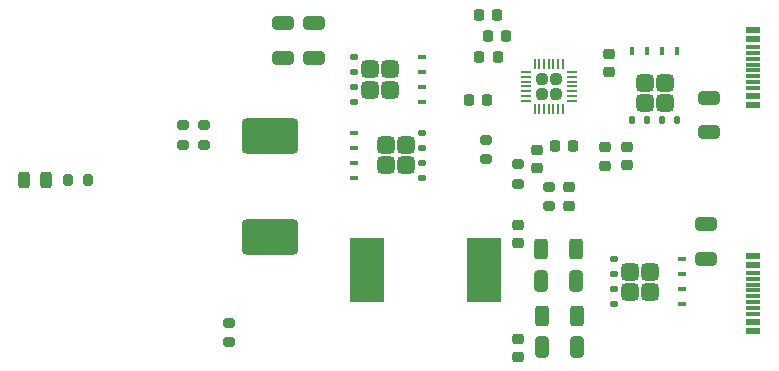
<source format=gtp>
G04 #@! TF.GenerationSoftware,KiCad,Pcbnew,8.0.3*
G04 #@! TF.CreationDate,2024-07-01T21:16:25+08:00*
G04 #@! TF.ProjectId,PD board,50442062-6f61-4726-942e-6b696361645f,rev?*
G04 #@! TF.SameCoordinates,Original*
G04 #@! TF.FileFunction,Paste,Top*
G04 #@! TF.FilePolarity,Positive*
%FSLAX46Y46*%
G04 Gerber Fmt 4.6, Leading zero omitted, Abs format (unit mm)*
G04 Created by KiCad (PCBNEW 8.0.3) date 2024-07-01 21:16:25*
%MOMM*%
%LPD*%
G01*
G04 APERTURE LIST*
G04 Aperture macros list*
%AMRoundRect*
0 Rectangle with rounded corners*
0 $1 Rounding radius*
0 $2 $3 $4 $5 $6 $7 $8 $9 X,Y pos of 4 corners*
0 Add a 4 corners polygon primitive as box body*
4,1,4,$2,$3,$4,$5,$6,$7,$8,$9,$2,$3,0*
0 Add four circle primitives for the rounded corners*
1,1,$1+$1,$2,$3*
1,1,$1+$1,$4,$5*
1,1,$1+$1,$6,$7*
1,1,$1+$1,$8,$9*
0 Add four rect primitives between the rounded corners*
20,1,$1+$1,$2,$3,$4,$5,0*
20,1,$1+$1,$4,$5,$6,$7,0*
20,1,$1+$1,$6,$7,$8,$9,0*
20,1,$1+$1,$8,$9,$2,$3,0*%
G04 Aperture macros list end*
%ADD10RoundRect,0.225000X-0.250000X0.225000X-0.250000X-0.225000X0.250000X-0.225000X0.250000X0.225000X0*%
%ADD11RoundRect,0.375000X-2.000000X1.125000X-2.000000X-1.125000X2.000000X-1.125000X2.000000X1.125000X0*%
%ADD12RoundRect,0.225000X0.225000X0.250000X-0.225000X0.250000X-0.225000X-0.250000X0.225000X-0.250000X0*%
%ADD13RoundRect,0.250000X-0.650000X0.325000X-0.650000X-0.325000X0.650000X-0.325000X0.650000X0.325000X0*%
%ADD14RoundRect,0.242500X0.242500X0.242500X-0.242500X0.242500X-0.242500X-0.242500X0.242500X-0.242500X0*%
%ADD15RoundRect,0.062500X0.350000X0.062500X-0.350000X0.062500X-0.350000X-0.062500X0.350000X-0.062500X0*%
%ADD16RoundRect,0.062500X0.062500X0.350000X-0.062500X0.350000X-0.062500X-0.350000X0.062500X-0.350000X0*%
%ADD17RoundRect,0.243750X-0.243750X-0.456250X0.243750X-0.456250X0.243750X0.456250X-0.243750X0.456250X0*%
%ADD18R,2.900000X5.400000*%
%ADD19RoundRect,0.250000X-0.325000X-0.650000X0.325000X-0.650000X0.325000X0.650000X-0.325000X0.650000X0*%
%ADD20RoundRect,0.375000X-0.375000X-0.375000X0.375000X-0.375000X0.375000X0.375000X-0.375000X0.375000X0*%
%ADD21RoundRect,0.125000X-0.250000X-0.125000X0.250000X-0.125000X0.250000X0.125000X-0.250000X0.125000X0*%
%ADD22RoundRect,0.100000X-0.275000X-0.100000X0.275000X-0.100000X0.275000X0.100000X-0.275000X0.100000X0*%
%ADD23R,1.240000X0.600000*%
%ADD24R,1.240000X0.300000*%
%ADD25RoundRect,0.200000X0.275000X-0.200000X0.275000X0.200000X-0.275000X0.200000X-0.275000X-0.200000X0*%
%ADD26RoundRect,0.225000X0.250000X-0.225000X0.250000X0.225000X-0.250000X0.225000X-0.250000X-0.225000X0*%
%ADD27RoundRect,0.375000X0.375000X0.375000X-0.375000X0.375000X-0.375000X-0.375000X0.375000X-0.375000X0*%
%ADD28RoundRect,0.125000X0.250000X0.125000X-0.250000X0.125000X-0.250000X-0.125000X0.250000X-0.125000X0*%
%ADD29RoundRect,0.100000X0.275000X0.100000X-0.275000X0.100000X-0.275000X-0.100000X0.275000X-0.100000X0*%
%ADD30RoundRect,0.200000X0.200000X0.275000X-0.200000X0.275000X-0.200000X-0.275000X0.200000X-0.275000X0*%
%ADD31RoundRect,0.250000X0.650000X-0.325000X0.650000X0.325000X-0.650000X0.325000X-0.650000X-0.325000X0*%
%ADD32RoundRect,0.250000X-0.312500X-0.625000X0.312500X-0.625000X0.312500X0.625000X-0.312500X0.625000X0*%
%ADD33RoundRect,0.200000X-0.275000X0.200000X-0.275000X-0.200000X0.275000X-0.200000X0.275000X0.200000X0*%
%ADD34RoundRect,0.375000X-0.375000X0.375000X-0.375000X-0.375000X0.375000X-0.375000X0.375000X0.375000X0*%
%ADD35RoundRect,0.125000X-0.125000X0.250000X-0.125000X-0.250000X0.125000X-0.250000X0.125000X0.250000X0*%
%ADD36RoundRect,0.100000X-0.100000X0.275000X-0.100000X-0.275000X0.100000X-0.275000X0.100000X0.275000X0*%
%ADD37RoundRect,0.225000X-0.225000X-0.250000X0.225000X-0.250000X0.225000X0.250000X-0.225000X0.250000X0*%
G04 APERTURE END LIST*
D10*
X100475000Y-64825000D03*
X100475000Y-66375000D03*
D11*
X72100000Y-63900000D03*
X72100000Y-72400000D03*
D12*
X91350000Y-53600000D03*
X89800000Y-53600000D03*
D13*
X109300000Y-60625000D03*
X109300000Y-63575000D03*
D14*
X96285000Y-60280000D03*
X96285000Y-59080000D03*
X95085000Y-60280000D03*
X95085000Y-59080000D03*
D15*
X97622500Y-60880000D03*
X97622500Y-60480000D03*
X97622500Y-60080000D03*
X97622500Y-59680000D03*
X97622500Y-59280000D03*
X97622500Y-58880000D03*
X97622500Y-58480000D03*
D16*
X96885000Y-57742500D03*
X96485000Y-57742500D03*
X96085000Y-57742500D03*
X95685000Y-57742500D03*
X95285000Y-57742500D03*
X94885000Y-57742500D03*
X94485000Y-57742500D03*
D15*
X93747500Y-58480000D03*
X93747500Y-58880000D03*
X93747500Y-59280000D03*
X93747500Y-59680000D03*
X93747500Y-60080000D03*
X93747500Y-60480000D03*
X93747500Y-60880000D03*
D16*
X94485000Y-61617500D03*
X94885000Y-61617500D03*
X95285000Y-61617500D03*
X95685000Y-61617500D03*
X96085000Y-61617500D03*
X96485000Y-61617500D03*
X96885000Y-61617500D03*
D17*
X51287500Y-67600000D03*
X53162500Y-67600000D03*
D18*
X80335000Y-75250000D03*
X90235000Y-75250000D03*
D19*
X95010000Y-76180000D03*
X97960000Y-76180000D03*
D20*
X81870000Y-64655000D03*
X81870000Y-66355000D03*
X83570000Y-64655000D03*
X83570000Y-66355000D03*
D21*
X84975000Y-63600000D03*
X84975000Y-64870000D03*
X84975000Y-66140000D03*
X84975000Y-67410000D03*
D22*
X79170000Y-63600000D03*
X79170000Y-64870000D03*
X79170000Y-66140000D03*
X79170000Y-67410000D03*
D23*
X112975000Y-80400000D03*
X112975000Y-79600000D03*
D24*
X112975000Y-78450000D03*
X112975000Y-77450000D03*
X112975000Y-76950000D03*
X112975000Y-75950000D03*
D23*
X112975000Y-74800000D03*
X112975000Y-74000000D03*
X112975000Y-74000000D03*
X112975000Y-74800000D03*
D24*
X112975000Y-75450000D03*
X112975000Y-76450000D03*
X112975000Y-77950000D03*
X112975000Y-78950000D03*
D23*
X112975000Y-79600000D03*
X112975000Y-80400000D03*
D25*
X95675000Y-69805000D03*
X95675000Y-68155000D03*
X66500000Y-64600000D03*
X66500000Y-62950000D03*
D26*
X100800000Y-58475000D03*
X100800000Y-56925000D03*
X97375000Y-69780000D03*
X97375000Y-68230000D03*
D27*
X104300000Y-77085000D03*
X104300000Y-75385000D03*
X102600000Y-77085000D03*
X102600000Y-75385000D03*
D28*
X101195000Y-78140000D03*
X101195000Y-76870000D03*
X101195000Y-75600000D03*
X101195000Y-74330000D03*
D29*
X107000000Y-78140000D03*
X107000000Y-76870000D03*
X107000000Y-75600000D03*
X107000000Y-74330000D03*
D30*
X56650000Y-67600000D03*
X55000000Y-67600000D03*
D25*
X90400000Y-65825000D03*
X90400000Y-64175000D03*
D26*
X93085000Y-72975000D03*
X93085000Y-71425000D03*
D12*
X90475000Y-60800000D03*
X88925000Y-60800000D03*
D19*
X95150000Y-81700000D03*
X98100000Y-81700000D03*
D31*
X109000000Y-74275000D03*
X109000000Y-71325000D03*
D32*
X95072500Y-73450000D03*
X97997500Y-73450000D03*
D33*
X68600000Y-79675000D03*
X68600000Y-81325000D03*
D31*
X75800000Y-57275000D03*
X75800000Y-54325000D03*
D27*
X82275000Y-59945000D03*
X82275000Y-58245000D03*
X80575000Y-59945000D03*
X80575000Y-58245000D03*
D28*
X79170000Y-61000000D03*
X79170000Y-59730000D03*
X79170000Y-58460000D03*
X79170000Y-57190000D03*
D29*
X84975000Y-61000000D03*
X84975000Y-59730000D03*
X84975000Y-58460000D03*
X84975000Y-57190000D03*
D34*
X105520000Y-59400000D03*
X103820000Y-59400000D03*
X105520000Y-61100000D03*
X103820000Y-61100000D03*
D35*
X106575000Y-62505000D03*
X105305000Y-62505000D03*
X104035000Y-62505000D03*
X102765000Y-62505000D03*
D36*
X106575000Y-56700000D03*
X105305000Y-56700000D03*
X104035000Y-56700000D03*
X102765000Y-56700000D03*
D12*
X97775000Y-64700000D03*
X96225000Y-64700000D03*
D23*
X112960000Y-61280000D03*
X112960000Y-60480000D03*
D24*
X112960000Y-59330000D03*
X112960000Y-58330000D03*
X112960000Y-57830000D03*
X112960000Y-56830000D03*
D23*
X112960000Y-55680000D03*
X112960000Y-54880000D03*
X112960000Y-54880000D03*
X112960000Y-55680000D03*
D24*
X112960000Y-56330000D03*
X112960000Y-57330000D03*
X112960000Y-58830000D03*
X112960000Y-59830000D03*
D23*
X112960000Y-60480000D03*
X112960000Y-61280000D03*
D12*
X92100000Y-55400000D03*
X90550000Y-55400000D03*
D10*
X93100000Y-81025000D03*
X93100000Y-82575000D03*
D32*
X95122500Y-79080000D03*
X98047500Y-79080000D03*
D25*
X64700000Y-64600000D03*
X64700000Y-62950000D03*
D31*
X73200000Y-57275000D03*
X73200000Y-54325000D03*
D10*
X102275000Y-64800000D03*
X102275000Y-66350000D03*
D25*
X93100000Y-67925000D03*
X93100000Y-66275000D03*
D37*
X89810000Y-57180000D03*
X91360000Y-57180000D03*
D26*
X94700000Y-66575000D03*
X94700000Y-65025000D03*
M02*

</source>
